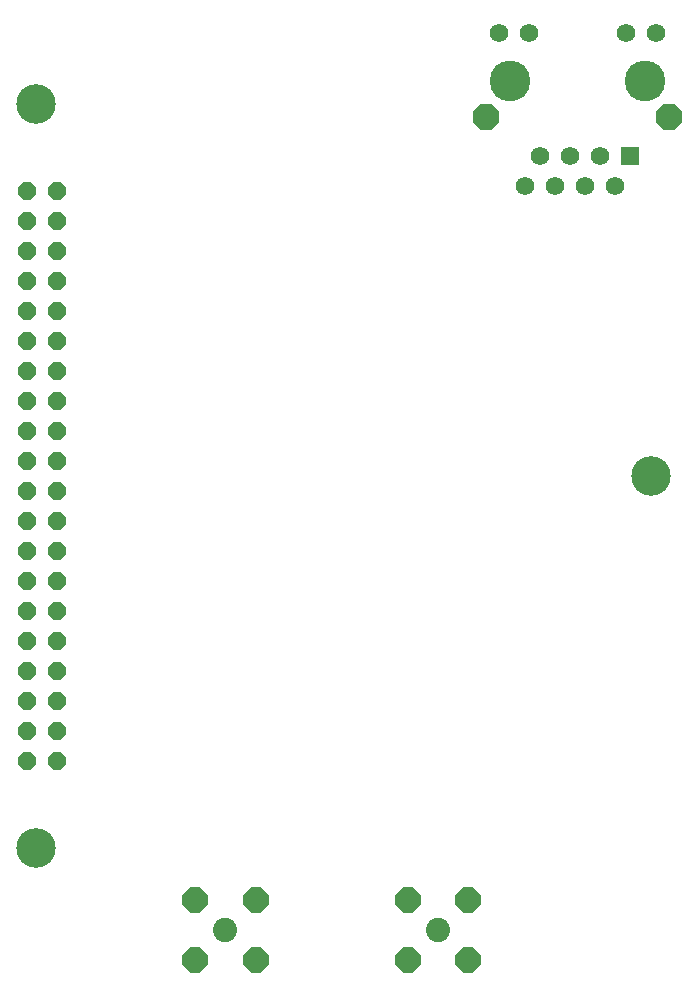
<source format=gbs>
G04 EAGLE Gerber X2 export*
%TF.Part,Single*%
%TF.FileFunction,Soldermask,Bot,1*%
%TF.FilePolarity,Positive*%
%TF.GenerationSoftware,Autodesk,EAGLE,9.4.2*%
%TF.CreationDate,2019-11-19T20:24:05Z*%
G75*
%MOMM*%
%FSLAX36Y36*%
%LPD*%
%INSoldermask Bottom*%
%AMOC8*
5,1,8,0,0,1.08239X$1,22.5*%
G01*
%ADD10C,3.350000*%
%ADD11P,1.569466X8X202.500000*%
%ADD12C,1.566000*%
%ADD13P,2.435377X8X292.500000*%
%ADD14R,1.566000X1.566000*%
%ADD15C,3.450000*%
%ADD16P,2.327138X8X22.500000*%
%ADD17C,2.050000*%


D10*
X3000000Y74000000D03*
X3000000Y11000000D03*
X55000000Y42500000D03*
D11*
X4770000Y41230000D03*
X2230000Y41230000D03*
X4770000Y43770000D03*
X2230000Y43770000D03*
X4770000Y46310000D03*
X2230000Y46310000D03*
X4770000Y48850000D03*
X2230000Y48850000D03*
X4770000Y51390000D03*
X2230000Y51390000D03*
X4770000Y53930000D03*
X2230000Y53930000D03*
X4770000Y56470000D03*
X2230000Y56470000D03*
X4770000Y59010000D03*
X2230000Y59010000D03*
X4770000Y61550000D03*
X2230000Y61550000D03*
X4770000Y64090000D03*
X2230000Y64090000D03*
X4770000Y66630000D03*
X2230000Y66630000D03*
X4770000Y38690000D03*
X2230000Y38690000D03*
X2230000Y36150000D03*
X4770000Y36150000D03*
X4770000Y33610000D03*
X2230000Y33610000D03*
X2230000Y31070000D03*
X4770000Y31070000D03*
X4770000Y28530000D03*
X2230000Y28530000D03*
X2230000Y25990000D03*
X4770000Y25990000D03*
X4770000Y23450000D03*
X2230000Y23450000D03*
X2230000Y20910000D03*
X4770000Y20910000D03*
X4770000Y18370000D03*
X2230000Y18370000D03*
D12*
X55429400Y79964000D03*
X42170600Y79964000D03*
X44710600Y79964000D03*
X52889400Y79964000D03*
D13*
X56547000Y72852000D03*
X41053000Y72852000D03*
D14*
X53245000Y69550000D03*
D12*
X50705000Y69550000D03*
X48165000Y69550000D03*
X45625000Y69550000D03*
X51975000Y67010000D03*
X49435000Y67010000D03*
X46895000Y67010000D03*
X44355000Y67010000D03*
D15*
X54515000Y75900000D03*
X43085000Y75900000D03*
D16*
X34450000Y6550000D03*
X39550000Y6550000D03*
X39550000Y1450000D03*
X34450000Y1450000D03*
D17*
X37000000Y4000000D03*
D16*
X16450000Y6550000D03*
X21550000Y6550000D03*
X21550000Y1450000D03*
X16450000Y1450000D03*
D17*
X19000000Y4000000D03*
M02*

</source>
